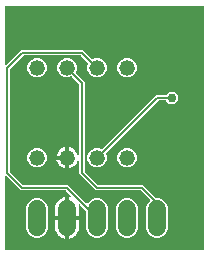
<source format=gbl>
G04 EAGLE Gerber RS-274X export*
G75*
%MOMM*%
%FSLAX34Y34*%
%LPD*%
%INBottom Copper*%
%IPPOS*%
%AMOC8*
5,1,8,0,0,1.08239X$1,22.5*%
G01*
%ADD10C,1.320800*%
%ADD11C,1.524000*%
%ADD12C,0.152400*%
%ADD13C,0.756400*%

G36*
X178836Y10926D02*
X178836Y10926D01*
X178855Y10924D01*
X178957Y10946D01*
X179059Y10962D01*
X179076Y10972D01*
X179096Y10976D01*
X179185Y11029D01*
X179276Y11078D01*
X179290Y11092D01*
X179307Y11102D01*
X179374Y11181D01*
X179446Y11256D01*
X179454Y11274D01*
X179467Y11289D01*
X179506Y11385D01*
X179549Y11479D01*
X179551Y11499D01*
X179559Y11517D01*
X179577Y11684D01*
X179577Y216916D01*
X179574Y216936D01*
X179576Y216955D01*
X179554Y217057D01*
X179538Y217159D01*
X179528Y217176D01*
X179524Y217196D01*
X179471Y217285D01*
X179422Y217376D01*
X179408Y217390D01*
X179398Y217407D01*
X179319Y217474D01*
X179244Y217546D01*
X179226Y217554D01*
X179211Y217567D01*
X179115Y217606D01*
X179021Y217649D01*
X179001Y217651D01*
X178983Y217659D01*
X178816Y217677D01*
X11684Y217677D01*
X11664Y217674D01*
X11645Y217676D01*
X11543Y217654D01*
X11441Y217638D01*
X11424Y217628D01*
X11404Y217624D01*
X11315Y217571D01*
X11224Y217522D01*
X11210Y217508D01*
X11193Y217498D01*
X11126Y217419D01*
X11054Y217344D01*
X11046Y217326D01*
X11033Y217311D01*
X10994Y217215D01*
X10951Y217121D01*
X10949Y217101D01*
X10941Y217083D01*
X10923Y216916D01*
X10923Y168394D01*
X10934Y168324D01*
X10936Y168252D01*
X10954Y168203D01*
X10962Y168152D01*
X10996Y168088D01*
X11021Y168021D01*
X11053Y167980D01*
X11078Y167934D01*
X11130Y167885D01*
X11174Y167829D01*
X11218Y167801D01*
X11256Y167765D01*
X11321Y167735D01*
X11381Y167696D01*
X11432Y167683D01*
X11479Y167661D01*
X11550Y167653D01*
X11620Y167636D01*
X11672Y167640D01*
X11723Y167634D01*
X11794Y167649D01*
X11865Y167655D01*
X11913Y167675D01*
X11964Y167686D01*
X12025Y167723D01*
X12091Y167751D01*
X12147Y167796D01*
X12175Y167813D01*
X12190Y167830D01*
X12222Y167856D01*
X22890Y178524D01*
X24453Y180087D01*
X77147Y180087D01*
X84606Y172628D01*
X84700Y172561D01*
X84794Y172490D01*
X84800Y172488D01*
X84805Y172485D01*
X84916Y172451D01*
X85028Y172414D01*
X85034Y172414D01*
X85040Y172412D01*
X85157Y172415D01*
X85274Y172417D01*
X85281Y172419D01*
X85286Y172419D01*
X85304Y172425D01*
X85435Y172463D01*
X87283Y173229D01*
X90517Y173229D01*
X93505Y171991D01*
X95791Y169705D01*
X97029Y166717D01*
X97029Y163483D01*
X95791Y160495D01*
X93505Y158209D01*
X90517Y156971D01*
X87283Y156971D01*
X84295Y158209D01*
X82009Y160495D01*
X80771Y163483D01*
X80771Y166717D01*
X81537Y168565D01*
X81563Y168678D01*
X81592Y168792D01*
X81591Y168798D01*
X81593Y168804D01*
X81582Y168921D01*
X81573Y169037D01*
X81570Y169043D01*
X81570Y169049D01*
X81522Y169157D01*
X81476Y169263D01*
X81472Y169269D01*
X81470Y169274D01*
X81457Y169288D01*
X81372Y169394D01*
X75476Y175290D01*
X75402Y175343D01*
X75332Y175403D01*
X75302Y175415D01*
X75276Y175434D01*
X75189Y175461D01*
X75104Y175495D01*
X75063Y175499D01*
X75041Y175506D01*
X75009Y175505D01*
X74937Y175513D01*
X26663Y175513D01*
X26572Y175499D01*
X26482Y175491D01*
X26452Y175479D01*
X26420Y175474D01*
X26339Y175431D01*
X26255Y175395D01*
X26223Y175369D01*
X26202Y175358D01*
X26180Y175335D01*
X26124Y175290D01*
X15210Y164376D01*
X15157Y164302D01*
X15097Y164232D01*
X15085Y164202D01*
X15066Y164176D01*
X15039Y164089D01*
X15005Y164004D01*
X15001Y163963D01*
X14994Y163941D01*
X14995Y163909D01*
X14987Y163837D01*
X14987Y77462D01*
X15001Y77372D01*
X15009Y77281D01*
X15021Y77252D01*
X15026Y77220D01*
X15069Y77139D01*
X15105Y77055D01*
X15131Y77023D01*
X15142Y77002D01*
X15165Y76980D01*
X15210Y76924D01*
X26124Y66010D01*
X26198Y65957D01*
X26268Y65897D01*
X26298Y65885D01*
X26324Y65866D01*
X26411Y65839D01*
X26496Y65805D01*
X26537Y65801D01*
X26559Y65794D01*
X26591Y65795D01*
X26662Y65787D01*
X64447Y65787D01*
X66010Y64224D01*
X79811Y50423D01*
X79848Y50396D01*
X79879Y50363D01*
X79947Y50325D01*
X80010Y50280D01*
X80054Y50266D01*
X80095Y50244D01*
X80171Y50230D01*
X80245Y50207D01*
X80291Y50209D01*
X80337Y50200D01*
X80414Y50212D01*
X80491Y50214D01*
X80534Y50229D01*
X80580Y50236D01*
X80649Y50271D01*
X80722Y50298D01*
X80758Y50327D01*
X80799Y50348D01*
X80854Y50403D01*
X80914Y50452D01*
X80939Y50491D01*
X80971Y50523D01*
X81037Y50643D01*
X81047Y50659D01*
X81049Y50664D01*
X81052Y50670D01*
X81147Y50900D01*
X83720Y53473D01*
X87081Y54865D01*
X90719Y54865D01*
X94080Y53473D01*
X96653Y50900D01*
X98045Y47539D01*
X98045Y28661D01*
X96653Y25300D01*
X94080Y22727D01*
X90719Y21335D01*
X87081Y21335D01*
X83720Y22727D01*
X81147Y25300D01*
X79755Y28661D01*
X79755Y43695D01*
X79741Y43786D01*
X79733Y43876D01*
X79721Y43906D01*
X79716Y43938D01*
X79673Y44019D01*
X79637Y44103D01*
X79611Y44135D01*
X79600Y44156D01*
X79577Y44178D01*
X79532Y44234D01*
X74567Y49199D01*
X74512Y49239D01*
X74463Y49286D01*
X74412Y49310D01*
X74367Y49343D01*
X74302Y49363D01*
X74241Y49392D01*
X74185Y49399D01*
X74132Y49415D01*
X74064Y49414D01*
X73997Y49422D01*
X73942Y49410D01*
X73886Y49409D01*
X73822Y49386D01*
X73756Y49372D01*
X73708Y49344D01*
X73655Y49324D01*
X73602Y49282D01*
X73544Y49248D01*
X73507Y49206D01*
X73463Y49171D01*
X73426Y49114D01*
X73382Y49063D01*
X73360Y49011D01*
X73330Y48964D01*
X73313Y48898D01*
X73287Y48835D01*
X73284Y48780D01*
X73270Y48725D01*
X73275Y48658D01*
X73270Y48590D01*
X73286Y48513D01*
X73289Y48480D01*
X73297Y48461D01*
X73304Y48426D01*
X73411Y48099D01*
X73661Y46520D01*
X73661Y39623D01*
X65023Y39623D01*
X65023Y55766D01*
X65879Y55631D01*
X66206Y55524D01*
X66273Y55514D01*
X66338Y55494D01*
X66394Y55496D01*
X66449Y55487D01*
X66516Y55499D01*
X66584Y55501D01*
X66636Y55520D01*
X66691Y55529D01*
X66751Y55562D01*
X66815Y55585D01*
X66858Y55620D01*
X66907Y55647D01*
X66954Y55696D01*
X67007Y55739D01*
X67037Y55786D01*
X67075Y55827D01*
X67103Y55889D01*
X67140Y55946D01*
X67153Y56000D01*
X67176Y56051D01*
X67183Y56119D01*
X67200Y56184D01*
X67195Y56240D01*
X67201Y56296D01*
X67186Y56362D01*
X67180Y56429D01*
X67159Y56481D01*
X67146Y56536D01*
X67111Y56594D01*
X67084Y56656D01*
X67035Y56717D01*
X67018Y56745D01*
X67002Y56759D01*
X66979Y56787D01*
X62776Y60990D01*
X62702Y61043D01*
X62632Y61103D01*
X62602Y61115D01*
X62576Y61134D01*
X62489Y61161D01*
X62404Y61195D01*
X62363Y61199D01*
X62341Y61206D01*
X62309Y61205D01*
X62237Y61213D01*
X24453Y61213D01*
X22890Y62776D01*
X12222Y73444D01*
X12164Y73486D01*
X12112Y73535D01*
X12065Y73557D01*
X12023Y73587D01*
X11954Y73608D01*
X11889Y73639D01*
X11837Y73644D01*
X11787Y73660D01*
X11716Y73658D01*
X11645Y73666D01*
X11594Y73655D01*
X11542Y73653D01*
X11474Y73629D01*
X11404Y73614D01*
X11360Y73587D01*
X11311Y73569D01*
X11255Y73524D01*
X11193Y73487D01*
X11159Y73448D01*
X11119Y73415D01*
X11080Y73355D01*
X11033Y73300D01*
X11014Y73252D01*
X10986Y73208D01*
X10968Y73139D01*
X10941Y73072D01*
X10933Y73001D01*
X10925Y72970D01*
X10927Y72946D01*
X10923Y72906D01*
X10923Y11684D01*
X10926Y11664D01*
X10924Y11645D01*
X10946Y11543D01*
X10962Y11441D01*
X10972Y11424D01*
X10976Y11404D01*
X11029Y11315D01*
X11078Y11224D01*
X11092Y11210D01*
X11102Y11193D01*
X11181Y11126D01*
X11256Y11054D01*
X11274Y11046D01*
X11289Y11033D01*
X11385Y10994D01*
X11479Y10951D01*
X11499Y10949D01*
X11517Y10941D01*
X11684Y10923D01*
X178816Y10923D01*
X178836Y10926D01*
G37*
%LPC*%
G36*
X137881Y21335D02*
X137881Y21335D01*
X134520Y22727D01*
X131947Y25300D01*
X130555Y28661D01*
X130555Y47539D01*
X131947Y50900D01*
X133618Y52571D01*
X133630Y52587D01*
X133646Y52600D01*
X133702Y52687D01*
X133762Y52771D01*
X133768Y52790D01*
X133779Y52807D01*
X133804Y52907D01*
X133834Y53006D01*
X133834Y53026D01*
X133839Y53045D01*
X133831Y53148D01*
X133828Y53252D01*
X133821Y53271D01*
X133820Y53290D01*
X133779Y53385D01*
X133744Y53483D01*
X133731Y53498D01*
X133723Y53517D01*
X133618Y53648D01*
X126276Y60990D01*
X126202Y61043D01*
X126132Y61103D01*
X126102Y61115D01*
X126076Y61134D01*
X125989Y61161D01*
X125904Y61195D01*
X125863Y61199D01*
X125841Y61206D01*
X125809Y61205D01*
X125737Y61213D01*
X87953Y61213D01*
X73913Y75253D01*
X73913Y86648D01*
X73905Y86696D01*
X73907Y86745D01*
X73886Y86817D01*
X73874Y86890D01*
X73851Y86934D01*
X73837Y86981D01*
X73793Y87042D01*
X73758Y87108D01*
X73723Y87142D01*
X73695Y87182D01*
X73634Y87226D01*
X73580Y87277D01*
X73536Y87298D01*
X73496Y87327D01*
X73425Y87349D01*
X73357Y87381D01*
X73308Y87386D01*
X73262Y87401D01*
X73187Y87400D01*
X73113Y87408D01*
X73065Y87397D01*
X73016Y87397D01*
X72945Y87372D01*
X72872Y87356D01*
X72830Y87330D01*
X72784Y87314D01*
X72725Y87268D01*
X72661Y87229D01*
X72629Y87192D01*
X72591Y87162D01*
X72550Y87099D01*
X72501Y87043D01*
X72483Y86997D01*
X72456Y86956D01*
X72418Y86837D01*
X72409Y86814D01*
X72408Y86805D01*
X72405Y86796D01*
X72293Y86233D01*
X71604Y84568D01*
X70603Y83070D01*
X69330Y81797D01*
X67832Y80796D01*
X66167Y80107D01*
X65023Y79879D01*
X65023Y88138D01*
X65020Y88158D01*
X65022Y88177D01*
X65000Y88279D01*
X64983Y88381D01*
X64974Y88398D01*
X64970Y88418D01*
X64917Y88507D01*
X64868Y88598D01*
X64854Y88612D01*
X64844Y88629D01*
X64765Y88696D01*
X64690Y88767D01*
X64672Y88776D01*
X64657Y88789D01*
X64561Y88827D01*
X64467Y88871D01*
X64447Y88873D01*
X64429Y88881D01*
X64262Y88899D01*
X63499Y88899D01*
X63499Y88901D01*
X64262Y88901D01*
X64282Y88904D01*
X64301Y88902D01*
X64403Y88924D01*
X64505Y88941D01*
X64522Y88950D01*
X64542Y88954D01*
X64631Y89007D01*
X64722Y89056D01*
X64736Y89070D01*
X64753Y89080D01*
X64820Y89159D01*
X64891Y89234D01*
X64900Y89252D01*
X64913Y89267D01*
X64952Y89363D01*
X64995Y89457D01*
X64997Y89477D01*
X65005Y89495D01*
X65023Y89662D01*
X65023Y97921D01*
X66167Y97693D01*
X67832Y97004D01*
X69330Y96003D01*
X70603Y94730D01*
X71604Y93232D01*
X72293Y91567D01*
X72405Y91004D01*
X72423Y90958D01*
X72431Y90910D01*
X72465Y90844D01*
X72492Y90774D01*
X72523Y90735D01*
X72546Y90692D01*
X72600Y90641D01*
X72647Y90583D01*
X72688Y90557D01*
X72724Y90523D01*
X72792Y90491D01*
X72855Y90451D01*
X72903Y90440D01*
X72947Y90419D01*
X73021Y90411D01*
X73094Y90393D01*
X73143Y90398D01*
X73191Y90392D01*
X73264Y90408D01*
X73339Y90414D01*
X73384Y90434D01*
X73432Y90444D01*
X73496Y90483D01*
X73565Y90513D01*
X73601Y90545D01*
X73643Y90571D01*
X73692Y90627D01*
X73747Y90677D01*
X73771Y90720D01*
X73803Y90757D01*
X73831Y90827D01*
X73867Y90892D01*
X73876Y90940D01*
X73895Y90986D01*
X73909Y91110D01*
X73913Y91134D01*
X73912Y91143D01*
X73913Y91152D01*
X73913Y151137D01*
X73899Y151228D01*
X73891Y151318D01*
X73879Y151348D01*
X73874Y151380D01*
X73831Y151461D01*
X73795Y151545D01*
X73769Y151577D01*
X73758Y151598D01*
X73735Y151620D01*
X73690Y151676D01*
X67794Y157572D01*
X67701Y157639D01*
X67606Y157710D01*
X67600Y157712D01*
X67595Y157715D01*
X67484Y157749D01*
X67372Y157786D01*
X67366Y157786D01*
X67360Y157788D01*
X67243Y157785D01*
X67126Y157783D01*
X67119Y157781D01*
X67114Y157781D01*
X67096Y157775D01*
X66965Y157737D01*
X65117Y156971D01*
X61883Y156971D01*
X58895Y158209D01*
X56609Y160495D01*
X55371Y163483D01*
X55371Y166717D01*
X56609Y169705D01*
X58895Y171991D01*
X61883Y173229D01*
X65117Y173229D01*
X68105Y171991D01*
X70391Y169705D01*
X71629Y166717D01*
X71629Y163483D01*
X70863Y161635D01*
X70837Y161522D01*
X70808Y161408D01*
X70809Y161402D01*
X70807Y161396D01*
X70818Y161279D01*
X70827Y161163D01*
X70830Y161157D01*
X70830Y161151D01*
X70878Y161043D01*
X70924Y160937D01*
X70928Y160931D01*
X70930Y160926D01*
X70943Y160912D01*
X71028Y160806D01*
X78487Y153347D01*
X78487Y77463D01*
X78501Y77372D01*
X78509Y77282D01*
X78521Y77252D01*
X78526Y77220D01*
X78569Y77139D01*
X78605Y77055D01*
X78631Y77023D01*
X78642Y77002D01*
X78665Y76980D01*
X78710Y76924D01*
X89624Y66010D01*
X89698Y65957D01*
X89768Y65897D01*
X89798Y65885D01*
X89824Y65866D01*
X89911Y65839D01*
X89996Y65805D01*
X90037Y65801D01*
X90059Y65794D01*
X90091Y65795D01*
X90163Y65787D01*
X127947Y65787D01*
X138646Y55088D01*
X138720Y55035D01*
X138790Y54975D01*
X138820Y54963D01*
X138846Y54944D01*
X138933Y54917D01*
X139018Y54883D01*
X139059Y54879D01*
X139081Y54872D01*
X139113Y54873D01*
X139185Y54865D01*
X141519Y54865D01*
X144880Y53473D01*
X147453Y50900D01*
X148845Y47539D01*
X148845Y28661D01*
X147453Y25300D01*
X144880Y22727D01*
X141519Y21335D01*
X137881Y21335D01*
G37*
%LPD*%
%LPC*%
G36*
X87283Y80771D02*
X87283Y80771D01*
X84295Y82009D01*
X82009Y84295D01*
X80771Y87283D01*
X80771Y90517D01*
X82009Y93505D01*
X84295Y95791D01*
X87283Y97029D01*
X90517Y97029D01*
X92365Y96263D01*
X92478Y96237D01*
X92592Y96208D01*
X92598Y96209D01*
X92604Y96207D01*
X92721Y96218D01*
X92837Y96227D01*
X92843Y96230D01*
X92849Y96230D01*
X92957Y96278D01*
X93063Y96324D01*
X93069Y96328D01*
X93074Y96330D01*
X93088Y96343D01*
X93194Y96428D01*
X138753Y141987D01*
X146867Y141987D01*
X146957Y142001D01*
X147048Y142009D01*
X147077Y142021D01*
X147109Y142026D01*
X147190Y142069D01*
X147274Y142105D01*
X147306Y142131D01*
X147327Y142142D01*
X147349Y142165D01*
X147405Y142210D01*
X150202Y145007D01*
X154598Y145007D01*
X157707Y141898D01*
X157707Y137502D01*
X154598Y134393D01*
X150202Y134393D01*
X147405Y137190D01*
X147331Y137243D01*
X147261Y137303D01*
X147231Y137315D01*
X147205Y137334D01*
X147118Y137361D01*
X147033Y137395D01*
X146992Y137399D01*
X146970Y137406D01*
X146938Y137405D01*
X146867Y137413D01*
X140963Y137413D01*
X140872Y137399D01*
X140782Y137391D01*
X140752Y137379D01*
X140720Y137374D01*
X140639Y137331D01*
X140555Y137295D01*
X140523Y137269D01*
X140502Y137258D01*
X140480Y137235D01*
X140424Y137190D01*
X96428Y93194D01*
X96361Y93100D01*
X96290Y93006D01*
X96288Y93000D01*
X96285Y92995D01*
X96251Y92884D01*
X96214Y92772D01*
X96214Y92766D01*
X96212Y92760D01*
X96215Y92643D01*
X96217Y92526D01*
X96219Y92519D01*
X96219Y92514D01*
X96225Y92496D01*
X96263Y92365D01*
X97029Y90517D01*
X97029Y87283D01*
X95791Y84295D01*
X93505Y82009D01*
X90517Y80771D01*
X87283Y80771D01*
G37*
%LPD*%
%LPC*%
G36*
X36281Y21335D02*
X36281Y21335D01*
X32920Y22727D01*
X30347Y25300D01*
X28955Y28661D01*
X28955Y47539D01*
X30347Y50900D01*
X32920Y53473D01*
X36281Y54865D01*
X39919Y54865D01*
X43280Y53473D01*
X45853Y50900D01*
X47245Y47539D01*
X47245Y28661D01*
X45853Y25300D01*
X43280Y22727D01*
X39919Y21335D01*
X36281Y21335D01*
G37*
%LPD*%
%LPC*%
G36*
X112481Y21335D02*
X112481Y21335D01*
X109120Y22727D01*
X106547Y25300D01*
X105155Y28661D01*
X105155Y47539D01*
X106547Y50900D01*
X109120Y53473D01*
X112481Y54865D01*
X116119Y54865D01*
X119480Y53473D01*
X122053Y50900D01*
X123445Y47539D01*
X123445Y28661D01*
X122053Y25300D01*
X119480Y22727D01*
X116119Y21335D01*
X112481Y21335D01*
G37*
%LPD*%
%LPC*%
G36*
X36483Y156971D02*
X36483Y156971D01*
X33495Y158209D01*
X31209Y160495D01*
X29971Y163483D01*
X29971Y166717D01*
X31209Y169705D01*
X33495Y171991D01*
X36483Y173229D01*
X39717Y173229D01*
X42705Y171991D01*
X44991Y169705D01*
X46229Y166717D01*
X46229Y163483D01*
X44991Y160495D01*
X42705Y158209D01*
X39717Y156971D01*
X36483Y156971D01*
G37*
%LPD*%
%LPC*%
G36*
X112683Y156971D02*
X112683Y156971D01*
X109695Y158209D01*
X107409Y160495D01*
X106171Y163483D01*
X106171Y166717D01*
X107409Y169705D01*
X109695Y171991D01*
X112683Y173229D01*
X115917Y173229D01*
X118905Y171991D01*
X121191Y169705D01*
X122429Y166717D01*
X122429Y163483D01*
X121191Y160495D01*
X118905Y158209D01*
X115917Y156971D01*
X112683Y156971D01*
G37*
%LPD*%
%LPC*%
G36*
X36483Y80771D02*
X36483Y80771D01*
X33495Y82009D01*
X31209Y84295D01*
X29971Y87283D01*
X29971Y90517D01*
X31209Y93505D01*
X33495Y95791D01*
X36483Y97029D01*
X39717Y97029D01*
X42705Y95791D01*
X44991Y93505D01*
X46229Y90517D01*
X46229Y87283D01*
X44991Y84295D01*
X42705Y82009D01*
X39717Y80771D01*
X36483Y80771D01*
G37*
%LPD*%
%LPC*%
G36*
X112683Y80771D02*
X112683Y80771D01*
X109695Y82009D01*
X107409Y84295D01*
X106171Y87283D01*
X106171Y90517D01*
X107409Y93505D01*
X109695Y95791D01*
X112683Y97029D01*
X115917Y97029D01*
X118905Y95791D01*
X121191Y93505D01*
X122429Y90517D01*
X122429Y87283D01*
X121191Y84295D01*
X118905Y82009D01*
X115917Y80771D01*
X112683Y80771D01*
G37*
%LPD*%
%LPC*%
G36*
X65023Y36577D02*
X65023Y36577D01*
X73661Y36577D01*
X73661Y29680D01*
X73411Y28101D01*
X72916Y26580D01*
X72190Y25155D01*
X71250Y23861D01*
X70119Y22730D01*
X68825Y21790D01*
X67400Y21064D01*
X65879Y20569D01*
X65023Y20434D01*
X65023Y36577D01*
G37*
%LPD*%
%LPC*%
G36*
X53339Y39623D02*
X53339Y39623D01*
X53339Y46520D01*
X53589Y48099D01*
X54084Y49620D01*
X54810Y51045D01*
X55750Y52339D01*
X56881Y53470D01*
X58175Y54410D01*
X59600Y55136D01*
X61121Y55631D01*
X61977Y55766D01*
X61977Y39623D01*
X53339Y39623D01*
G37*
%LPD*%
%LPC*%
G36*
X61121Y20569D02*
X61121Y20569D01*
X59600Y21064D01*
X58175Y21790D01*
X56881Y22730D01*
X55750Y23861D01*
X54810Y25155D01*
X54084Y26580D01*
X53589Y28101D01*
X53339Y29680D01*
X53339Y36577D01*
X61977Y36577D01*
X61977Y20434D01*
X61121Y20569D01*
G37*
%LPD*%
%LPC*%
G36*
X54479Y90423D02*
X54479Y90423D01*
X54707Y91567D01*
X55396Y93232D01*
X56397Y94730D01*
X57670Y96003D01*
X59168Y97004D01*
X60833Y97693D01*
X61977Y97921D01*
X61977Y90423D01*
X54479Y90423D01*
G37*
%LPD*%
%LPC*%
G36*
X60833Y80107D02*
X60833Y80107D01*
X59168Y80796D01*
X57670Y81797D01*
X56397Y83070D01*
X55396Y84568D01*
X54707Y86233D01*
X54479Y87377D01*
X61977Y87377D01*
X61977Y79879D01*
X60833Y80107D01*
G37*
%LPD*%
%LPC*%
G36*
X63499Y38099D02*
X63499Y38099D01*
X63499Y38101D01*
X63501Y38101D01*
X63501Y38099D01*
X63499Y38099D01*
G37*
%LPD*%
D10*
X114300Y88900D03*
X88900Y88900D03*
X88900Y165100D03*
X114300Y165100D03*
X63500Y88900D03*
X38100Y88900D03*
X63500Y165100D03*
X38100Y165100D03*
D11*
X139700Y45720D02*
X139700Y30480D01*
X114300Y30480D02*
X114300Y45720D01*
X88900Y45720D02*
X88900Y30480D01*
X63500Y30480D02*
X63500Y45720D01*
X38100Y45720D02*
X38100Y30480D01*
D12*
X88900Y88900D02*
X139700Y139700D01*
X152400Y139700D01*
D13*
X152400Y139700D03*
D12*
X76200Y152400D02*
X63500Y165100D01*
X76200Y152400D02*
X76200Y76200D01*
X88900Y63500D01*
X127000Y63500D01*
X139700Y50800D01*
X139700Y38100D01*
X88900Y38100D02*
X63500Y63500D01*
X88900Y165100D02*
X76200Y177800D01*
X63500Y63500D02*
X25400Y63500D01*
X12700Y76200D01*
X12700Y165100D01*
X25400Y177800D01*
X76200Y177800D01*
M02*

</source>
